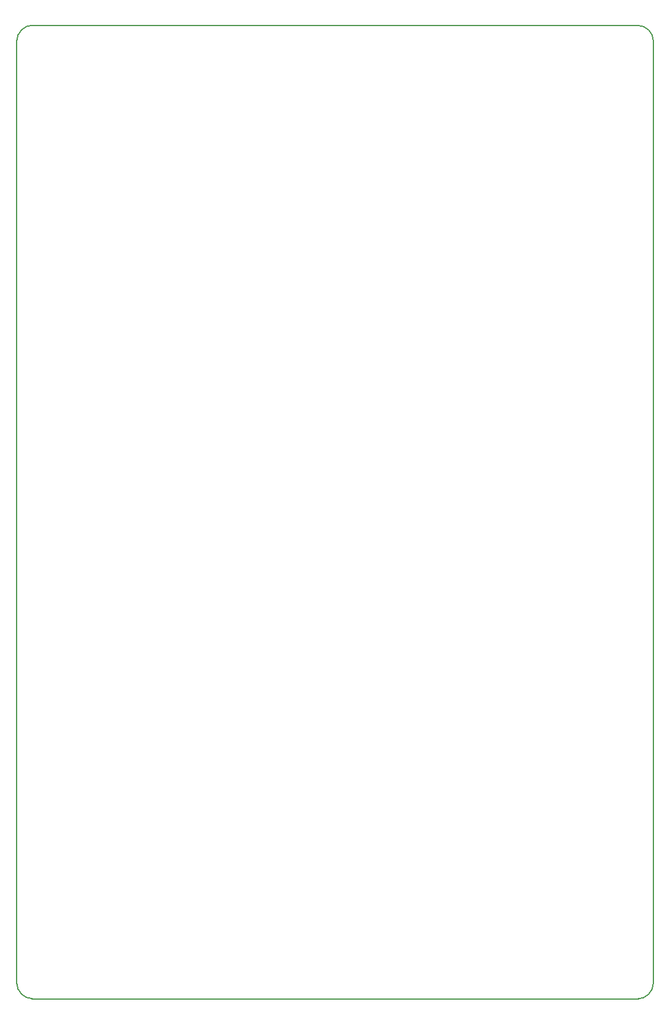
<source format=gko>
%FSTAX24Y24*%
%MOIN*%
G70*
G01*
G75*
G04 Layer_Color=16711935*
%ADD10R,0.0500X0.0394*%
%ADD11R,0.7500X0.0100*%
%ADD12R,0.0500X0.0500*%
G04:AMPARAMS|DCode=13|XSize=37.4mil|YSize=19.7mil|CornerRadius=2.5mil|HoleSize=0mil|Usage=FLASHONLY|Rotation=180.000|XOffset=0mil|YOffset=0mil|HoleType=Round|Shape=RoundedRectangle|*
%AMROUNDEDRECTD13*
21,1,0.0374,0.0148,0,0,180.0*
21,1,0.0325,0.0197,0,0,180.0*
1,1,0.0049,-0.0162,0.0074*
1,1,0.0049,0.0162,0.0074*
1,1,0.0049,0.0162,-0.0074*
1,1,0.0049,-0.0162,-0.0074*
%
%ADD13ROUNDEDRECTD13*%
%ADD14R,0.0500X0.0500*%
%ADD15R,0.0394X0.0500*%
%ADD16R,0.0390X0.0120*%
%ADD17O,0.1457X0.0256*%
%ADD18O,0.0118X0.0532*%
%ADD19C,0.0160*%
%ADD20C,0.0080*%
%ADD21C,0.0120*%
%ADD22C,0.0200*%
%ADD23C,0.0100*%
%ADD24C,0.1500*%
%ADD25C,0.1874*%
%ADD26C,0.0665*%
%ADD27R,0.0665X0.0665*%
%ADD28O,0.1575X0.1360*%
%ADD29R,0.1575X0.1360*%
%ADD30R,0.0638X0.0638*%
%ADD31C,0.0638*%
%ADD32C,0.0591*%
%ADD33R,0.0591X0.0591*%
%ADD34P,0.0714X8X202.5*%
%ADD35O,0.0900X0.0620*%
%ADD36R,0.0900X0.0620*%
%ADD37O,0.0850X0.0600*%
%ADD38R,0.0850X0.0600*%
%ADD39O,0.0800X0.0640*%
%ADD40R,0.0800X0.0640*%
%ADD41R,0.1181X0.0902*%
%ADD42O,0.1181X0.0902*%
%ADD43C,0.0400*%
%ADD44C,0.0500*%
%ADD45C,0.0400*%
%ADD46C,0.0079*%
%ADD47C,0.0050*%
%ADD48C,0.0060*%
%ADD49C,0.0098*%
%ADD50C,0.0070*%
%ADD51C,0.0040*%
%ADD52C,0.0059*%
%ADD53R,0.0315X0.0945*%
%ADD54R,0.0580X0.0474*%
%ADD55R,0.7580X0.0180*%
%ADD56R,0.0580X0.0580*%
G04:AMPARAMS|DCode=57|XSize=45.4mil|YSize=27.7mil|CornerRadius=6.5mil|HoleSize=0mil|Usage=FLASHONLY|Rotation=180.000|XOffset=0mil|YOffset=0mil|HoleType=Round|Shape=RoundedRectangle|*
%AMROUNDEDRECTD57*
21,1,0.0454,0.0148,0,0,180.0*
21,1,0.0325,0.0277,0,0,180.0*
1,1,0.0129,-0.0162,0.0074*
1,1,0.0129,0.0162,0.0074*
1,1,0.0129,0.0162,-0.0074*
1,1,0.0129,-0.0162,-0.0074*
%
%ADD57ROUNDEDRECTD57*%
%ADD58R,0.0580X0.0580*%
%ADD59R,0.0474X0.0580*%
%ADD60R,0.0470X0.0200*%
%ADD61O,0.1537X0.0336*%
%ADD62O,0.0158X0.0572*%
%ADD63C,0.1580*%
%ADD64C,0.1954*%
%ADD65C,0.0745*%
%ADD66R,0.0745X0.0745*%
%ADD67O,0.1655X0.1440*%
%ADD68R,0.1655X0.1440*%
%ADD69R,0.0718X0.0718*%
%ADD70C,0.0718*%
%ADD71C,0.0671*%
%ADD72R,0.0671X0.0671*%
%ADD73P,0.0801X8X202.5*%
%ADD74O,0.0980X0.0700*%
%ADD75R,0.0980X0.0700*%
%ADD76O,0.0930X0.0680*%
%ADD77R,0.0930X0.0680*%
%ADD78O,0.0880X0.0720*%
%ADD79R,0.0880X0.0720*%
%ADD80R,0.1261X0.0982*%
%ADD81O,0.1261X0.0982*%
%ADD82C,0.0480*%
%ADD83C,0.0580*%
%ADD84C,0.0039*%
%ADD85C,0.0020*%
%ADD86C,0.0100*%
%ADD87C,0.0030*%
%ADD88R,0.0200X0.0200*%
%ADD89R,0.0330X0.0080*%
%ADD90R,0.6000X0.6750*%
%ADD91R,0.4000X0.4500*%
%ADD92R,0.7250X0.7000*%
D20*
X0584Y06275D02*
G03*
X0575Y06365I-0009J0D01*
G01*
X023504Y063657D02*
G03*
X022604Y062757I0J-0009D01*
G01*
X057496Y00895D02*
G03*
X058396Y00985I0J0009D01*
G01*
X022602Y009859D02*
G03*
X023502Y008959I0009J0D01*
G01*
X023414Y06365D02*
X0575D01*
X0584Y009845D02*
Y06275D01*
X0226Y009801D02*
Y062836D01*
X023467Y00895D02*
X05755D01*
M02*

</source>
